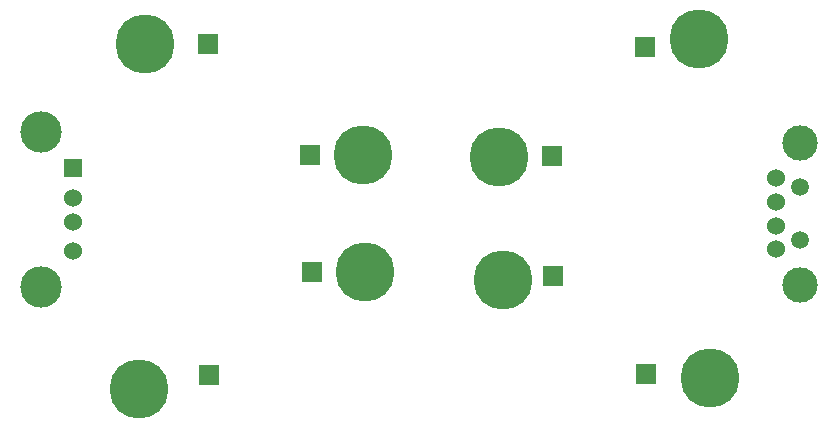
<source format=gbs>
%TF.GenerationSoftware,KiCad,Pcbnew,5.1.10-88a1d61d58~88~ubuntu20.04.1*%
%TF.CreationDate,2021-05-09T22:43:12+02:00*%
%TF.ProjectId,USBConnectorTester,55534243-6f6e-46e6-9563-746f72546573,rev?*%
%TF.SameCoordinates,Original*%
%TF.FileFunction,Soldermask,Bot*%
%TF.FilePolarity,Negative*%
%FSLAX46Y46*%
G04 Gerber Fmt 4.6, Leading zero omitted, Abs format (unit mm)*
G04 Created by KiCad (PCBNEW 5.1.10-88a1d61d58~88~ubuntu20.04.1) date 2021-05-09 22:43:12*
%MOMM*%
%LPD*%
G01*
G04 APERTURE LIST*
%ADD10C,5.000000*%
%ADD11R,1.700000X1.700000*%
%ADD12C,1.524000*%
%ADD13R,1.524000X1.524000*%
%ADD14C,3.500000*%
%ADD15C,1.500000*%
%ADD16C,3.000000*%
G04 APERTURE END LIST*
D10*
X170000000Y-113820000D03*
X169110000Y-85130000D03*
X152170000Y-95110000D03*
X152490000Y-105480000D03*
X140800000Y-104850000D03*
X121650000Y-114770000D03*
X122220000Y-85570000D03*
X140620000Y-94950000D03*
D11*
X136150000Y-94950000D03*
X136340000Y-104810000D03*
X127490000Y-85520000D03*
X127640000Y-113590000D03*
D12*
X116070000Y-103080000D03*
X116070000Y-100580000D03*
X116070000Y-98580000D03*
D13*
X116070000Y-96080000D03*
D14*
X113360000Y-93010000D03*
X113360000Y-106150000D03*
D11*
X164590000Y-113490000D03*
X156620000Y-95060000D03*
X156770000Y-105220000D03*
X164510000Y-85800000D03*
D15*
X177630000Y-97660000D03*
X177630000Y-102160000D03*
D16*
X177630000Y-93910000D03*
X177630000Y-105910000D03*
D12*
X175630000Y-96910000D03*
X175630000Y-98910000D03*
X175630000Y-100910000D03*
X175630000Y-102910000D03*
M02*

</source>
